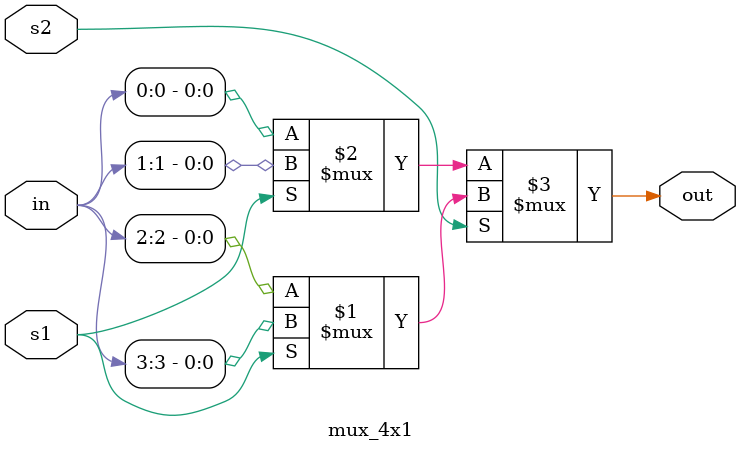
<source format=v>
`timescale 1ns/1ps

module mux_4x1(in,s1,s2,out);

input [3:0] in;
input s1,s2;

output out;



assign out = s2  ? (s1  ? in[3] : in[2])   : (s1  ? in[1] : in[0]) ;

endmodule
</source>
